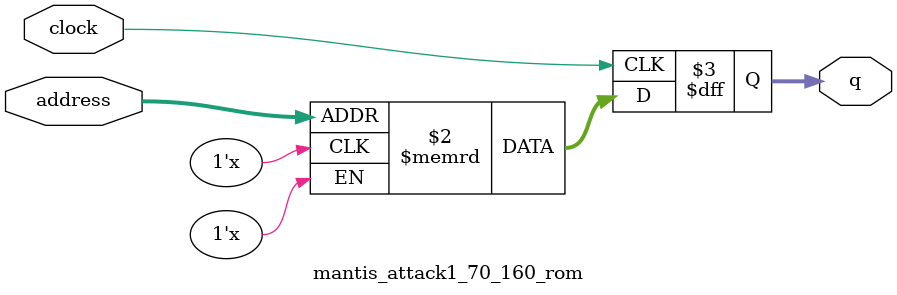
<source format=sv>
module mantis_attack1_70_160_rom (
	input logic clock,
	input logic [13:0] address,
	output logic [2:0] q
);

logic [2:0] memory [0:11199] /* synthesis ram_init_file = "./mantis_attack1_70_160/mantis_attack1_70_160.mif" */;

always_ff @ (posedge clock) begin
	q <= memory[address];
end

endmodule

</source>
